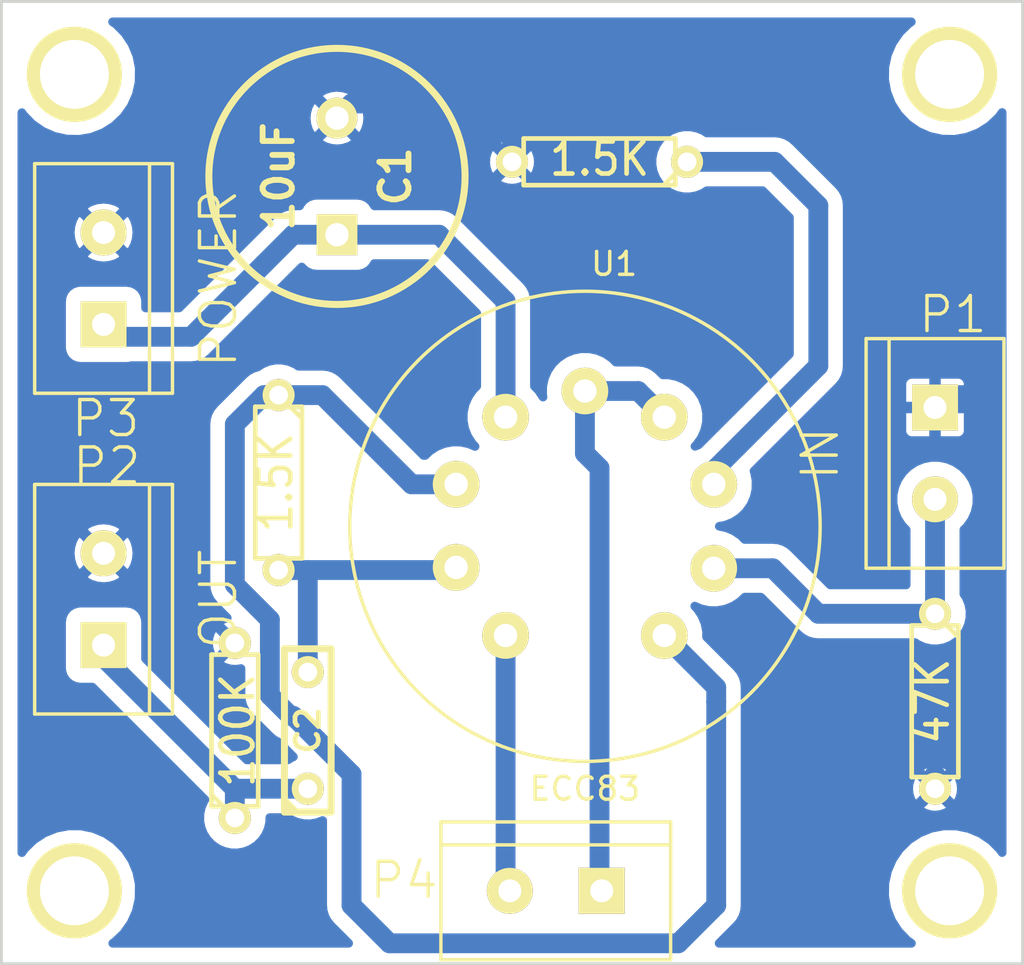
<source format=kicad_pcb>
(kicad_pcb (version 4) (host pcbnew "(2015-05-13 BZR 5653)-product")

  (general
    (links 20)
    (no_connects 0)
    (area 123.761499 90.741499 168.338501 132.778501)
    (thickness 1.6002)
    (drawings 4)
    (tracks 57)
    (zones 0)
    (modules 15)
    (nets 14)
  )

  (page A4)
  (layers
    (0 Composant signal)
    (31 Cuivre signal)
    (34 B.Paste user)
    (35 F.Paste user)
    (36 B.SilkS user)
    (37 F.SilkS user)
    (38 B.Mask user)
    (39 F.Mask user)
    (40 Dwgs.User user)
    (41 Cmts.User user)
    (42 Eco1.User user)
    (43 Eco2.User user)
    (44 Edge.Cuts user)
  )

  (setup
    (last_trace_width 0.8636)
    (trace_clearance 0.381)
    (zone_clearance 0.635)
    (zone_45_only no)
    (trace_min 0.254)
    (segment_width 0.381)
    (edge_width 0.381)
    (via_size 0.889)
    (via_drill 0.635)
    (via_min_size 0.889)
    (via_min_drill 0.508)
    (uvia_size 0.508)
    (uvia_drill 0.127)
    (uvias_allowed no)
    (uvia_min_size 0.508)
    (uvia_min_drill 0.127)
    (pcb_text_width 0.3048)
    (pcb_text_size 1.524 2.032)
    (mod_edge_width 0.381)
    (mod_text_size 1.524 1.524)
    (mod_text_width 0.3048)
    (pad_size 2.794 1.397)
    (pad_drill 1.9304)
    (pad_to_mask_clearance 0.1)
    (aux_axis_origin 0 0)
    (visible_elements 7FFFFFFF)
    (pcbplotparams
      (layerselection 0x000f0_80000001)
      (usegerberextensions false)
      (usegerberattributes true)
      (excludeedgelayer true)
      (linewidth 0.150000)
      (plotframeref false)
      (viasonmask false)
      (mode 1)
      (useauxorigin false)
      (hpglpennumber 1)
      (hpglpenspeed 20)
      (hpglpendiameter 15)
      (hpglpenoverlay 2)
      (psnegative false)
      (psa4output false)
      (plotreference true)
      (plotvalue true)
      (plotinvisibletext false)
      (padsonsilk false)
      (subtractmaskfromsilk false)
      (outputformat 1)
      (mirror false)
      (drillshape 0)
      (scaleselection 1)
      (outputdirectory ""))
  )

  (net 0 "")
  (net 1 GND)
  (net 2 "Net-(C1-Pad1)")
  (net 3 "Net-(C2-Pad1)")
  (net 4 "Net-(C2-Pad2)")
  (net 5 "Net-(P1-Pad2)")
  (net 6 "Net-(P4-Pad1)")
  (net 7 "Net-(P4-Pad2)")
  (net 8 "Net-(R1-Pad1)")
  (net 9 "Net-(R2-Pad1)")
  (net 10 "Net-(P5-Pad1)")
  (net 11 "Net-(P6-Pad1)")
  (net 12 "Net-(P7-Pad1)")
  (net 13 "Net-(P8-Pad1)")

  (net_class Default "Ceci est la Netclass par défaut"
    (clearance 0.381)
    (trace_width 0.8636)
    (via_dia 0.889)
    (via_drill 0.635)
    (uvia_dia 0.508)
    (uvia_drill 0.127)
    (add_net GND)
    (add_net "Net-(C1-Pad1)")
    (add_net "Net-(C2-Pad1)")
    (add_net "Net-(C2-Pad2)")
    (add_net "Net-(P1-Pad2)")
    (add_net "Net-(P4-Pad1)")
    (add_net "Net-(P4-Pad2)")
    (add_net "Net-(P5-Pad1)")
    (add_net "Net-(P6-Pad1)")
    (add_net "Net-(P7-Pad1)")
    (add_net "Net-(P8-Pad1)")
    (add_net "Net-(R1-Pad1)")
    (add_net "Net-(R2-Pad1)")
  )

  (module discret:C2V10 (layer Composant) (tedit 54A57B4C) (tstamp 54A581E5)
    (at 138.43 98.425 90)
    (descr "Condensateur polarise")
    (tags CP)
    (path /4549F4BE)
    (fp_text reference C1 (at 0 2.54 90) (layer F.SilkS)
      (effects (font (size 1.27 1.27) (thickness 0.254)))
    )
    (fp_text value 10uF (at 0 -2.54 90) (layer F.SilkS)
      (effects (font (size 1.27 1.27) (thickness 0.254)))
    )
    (fp_circle (center 0 0) (end 4.826 -2.794) (layer F.SilkS) (width 0.3048))
    (pad 1 thru_hole rect (at -2.54 0 90) (size 1.778 1.778) (drill 1.016) (layers *.Cu *.Mask F.SilkS)
      (net 2 "Net-(C1-Pad1)"))
    (pad 2 thru_hole circle (at 2.54 0 90) (size 1.778 1.778) (drill 1.016) (layers *.Cu *.Mask F.SilkS)
      (net 1 GND))
    (model discret/c_vert_c2v10.wrl
      (at (xyz 0 0 0))
      (scale (xyz 1 1 1))
      (rotate (xyz 0 0 0))
    )
  )

  (module discret:C2 (layer Composant) (tedit 54A57B4C) (tstamp 54A581EA)
    (at 137.16 122.555 90)
    (descr "Condensateur = 2 pas")
    (tags C)
    (path /4549F3BE)
    (fp_text reference C2 (at 0 0 90) (layer F.SilkS)
      (effects (font (size 1.016 1.016) (thickness 0.2032)))
    )
    (fp_text value 680nF (at 0 0 90) (layer F.SilkS) hide
      (effects (font (size 1.016 1.016) (thickness 0.2032)))
    )
    (fp_line (start -3.556 -1.016) (end 3.556 -1.016) (layer F.SilkS) (width 0.3048))
    (fp_line (start 3.556 -1.016) (end 3.556 1.016) (layer F.SilkS) (width 0.3048))
    (fp_line (start 3.556 1.016) (end -3.556 1.016) (layer F.SilkS) (width 0.3048))
    (fp_line (start -3.556 1.016) (end -3.556 -1.016) (layer F.SilkS) (width 0.3048))
    (fp_line (start -3.556 -0.508) (end -3.048 -1.016) (layer F.SilkS) (width 0.3048))
    (pad 1 thru_hole circle (at -2.54 0 90) (size 1.397 1.397) (drill 0.8128) (layers *.Cu *.Mask F.SilkS)
      (net 3 "Net-(C2-Pad1)"))
    (pad 2 thru_hole circle (at 2.54 0 90) (size 1.397 1.397) (drill 0.8128) (layers *.Cu *.Mask F.SilkS)
      (net 4 "Net-(C2-Pad2)"))
    (model discret/capa_2pas_5x5mm.wrl
      (at (xyz 0 0 0))
      (scale (xyz 1 1 1))
      (rotate (xyz 0 0 0))
    )
  )

  (module connect:bornier2 (layer Composant) (tedit 54A588D7) (tstamp 54A581EF)
    (at 164.465 110.49 270)
    (descr "Bornier d'alimentation 2 pins")
    (tags DEV)
    (path /4549F464)
    (fp_text reference P1 (at -6.05 -0.775 360) (layer F.SilkS)
      (effects (font (thickness 0.15)))
    )
    (fp_text value IN (at 0 5 270) (layer F.SilkS)
      (effects (font (thickness 0.15)))
    )
    (fp_line (start 5 2) (end -5 2) (layer F.SilkS) (width 0.15))
    (fp_line (start 5 3) (end 5 -3) (layer F.SilkS) (width 0.15))
    (fp_line (start 5 -3) (end -5 -3) (layer F.SilkS) (width 0.15))
    (fp_line (start -5 -3) (end -5 3) (layer F.SilkS) (width 0.15))
    (fp_line (start -5 3) (end 5 3) (layer F.SilkS) (width 0.15))
    (pad 1 thru_hole rect (at -2 0 270) (size 2 2) (drill 1) (layers *.Cu *.Mask F.SilkS)
      (net 1 GND))
    (pad 2 thru_hole circle (at 2 0 270) (size 2 2) (drill 1) (layers *.Cu *.Mask F.SilkS)
      (net 5 "Net-(P1-Pad2)"))
    (model Device/bornier_2.wrl
      (at (xyz 0 0 0))
      (scale (xyz 1 1 1))
      (rotate (xyz 0 0 0))
    )
  )

  (module connect:bornier2 (layer Composant) (tedit 54A588C9) (tstamp 54A581F4)
    (at 128.27 116.84 90)
    (descr "Bornier d'alimentation 2 pins")
    (tags DEV)
    (path /4549F46C)
    (fp_text reference P2 (at 5.81 0.14 180) (layer F.SilkS)
      (effects (font (thickness 0.15)))
    )
    (fp_text value OUT (at 0 5 90) (layer F.SilkS)
      (effects (font (thickness 0.15)))
    )
    (fp_line (start 5 2) (end -5 2) (layer F.SilkS) (width 0.15))
    (fp_line (start 5 3) (end 5 -3) (layer F.SilkS) (width 0.15))
    (fp_line (start 5 -3) (end -5 -3) (layer F.SilkS) (width 0.15))
    (fp_line (start -5 -3) (end -5 3) (layer F.SilkS) (width 0.15))
    (fp_line (start -5 3) (end 5 3) (layer F.SilkS) (width 0.15))
    (pad 1 thru_hole rect (at -2 0 90) (size 2 2) (drill 1) (layers *.Cu *.Mask F.SilkS)
      (net 3 "Net-(C2-Pad1)"))
    (pad 2 thru_hole circle (at 2 0 90) (size 2 2) (drill 1) (layers *.Cu *.Mask F.SilkS)
      (net 1 GND))
    (model Device/bornier_2.wrl
      (at (xyz 0 0 0))
      (scale (xyz 1 1 1))
      (rotate (xyz 0 0 0))
    )
  )

  (module connect:bornier2 (layer Composant) (tedit 54A588D1) (tstamp 54A581F9)
    (at 128.27 102.87 90)
    (descr "Bornier d'alimentation 2 pins")
    (tags DEV)
    (path /4549F4A5)
    (fp_text reference P3 (at -6.1 0.09 180) (layer F.SilkS)
      (effects (font (thickness 0.15)))
    )
    (fp_text value POWER (at 0 5 90) (layer F.SilkS)
      (effects (font (thickness 0.15)))
    )
    (fp_line (start 5 2) (end -5 2) (layer F.SilkS) (width 0.15))
    (fp_line (start 5 3) (end 5 -3) (layer F.SilkS) (width 0.15))
    (fp_line (start 5 -3) (end -5 -3) (layer F.SilkS) (width 0.15))
    (fp_line (start -5 -3) (end -5 3) (layer F.SilkS) (width 0.15))
    (fp_line (start -5 3) (end 5 3) (layer F.SilkS) (width 0.15))
    (pad 1 thru_hole rect (at -2 0 90) (size 2 2) (drill 1) (layers *.Cu *.Mask F.SilkS)
      (net 2 "Net-(C1-Pad1)"))
    (pad 2 thru_hole circle (at 2 0 90) (size 2 2) (drill 1) (layers *.Cu *.Mask F.SilkS)
      (net 1 GND))
    (model Device/bornier_2.wrl
      (at (xyz 0 0 0))
      (scale (xyz 1 1 1))
      (rotate (xyz 0 0 0))
    )
  )

  (module connect:bornier2 (layer Composant) (tedit 54A58902) (tstamp 54A581FE)
    (at 147.955 129.54 180)
    (descr "Bornier d'alimentation 2 pins")
    (tags DEV)
    (path /456A8ACC)
    (fp_text reference P4 (at 6.605 0.46 180) (layer F.SilkS)
      (effects (font (thickness 0.15)))
    )
    (fp_text value CONN_2 (at -9.735 3.03 180) (layer F.SilkS) hide
      (effects (font (thickness 0.15)))
    )
    (fp_line (start 5 2) (end -5 2) (layer F.SilkS) (width 0.15))
    (fp_line (start 5 3) (end 5 -3) (layer F.SilkS) (width 0.15))
    (fp_line (start 5 -3) (end -5 -3) (layer F.SilkS) (width 0.15))
    (fp_line (start -5 -3) (end -5 3) (layer F.SilkS) (width 0.15))
    (fp_line (start -5 3) (end 5 3) (layer F.SilkS) (width 0.15))
    (pad 1 thru_hole rect (at -2 0 180) (size 2 2) (drill 1) (layers *.Cu *.Mask F.SilkS)
      (net 6 "Net-(P4-Pad1)"))
    (pad 2 thru_hole circle (at 2 0 180) (size 2 2) (drill 1) (layers *.Cu *.Mask F.SilkS)
      (net 7 "Net-(P4-Pad2)"))
    (model Device/bornier_2.wrl
      (at (xyz 0 0 0))
      (scale (xyz 1 1 1))
      (rotate (xyz 0 0 0))
    )
  )

  (module connect:1pin (layer Composant) (tedit 54A588DF) (tstamp 54A58203)
    (at 127 93.98)
    (descr "module 1 pin (ou trou mecanique de percage)")
    (tags DEV)
    (path /54A5890A)
    (fp_text reference P5 (at 0 -3) (layer F.SilkS) hide
      (effects (font (size 1 1) (thickness 0.15)))
    )
    (fp_text value CONN_1 (at 0 2) (layer F.SilkS) hide
      (effects (font (size 1 1) (thickness 0.15)))
    )
    (fp_circle (center 0 0) (end 0 -2) (layer F.SilkS) (width 0.15))
    (pad 1 thru_hole circle (at 0 0) (size 4 4) (drill 3) (layers *.Cu *.Mask F.SilkS)
      (net 10 "Net-(P5-Pad1)"))
  )

  (module connect:1pin (layer Composant) (tedit 54A588E7) (tstamp 54A58207)
    (at 165.1 93.98)
    (descr "module 1 pin (ou trou mecanique de percage)")
    (tags DEV)
    (path /54A58C65)
    (fp_text reference P6 (at 0 -3) (layer F.SilkS) hide
      (effects (font (size 1 1) (thickness 0.15)))
    )
    (fp_text value CONN_1 (at 0 2) (layer F.SilkS) hide
      (effects (font (size 1 1) (thickness 0.15)))
    )
    (fp_circle (center 0 0) (end 0 -2) (layer F.SilkS) (width 0.15))
    (pad 1 thru_hole circle (at 0 0) (size 4 4) (drill 3) (layers *.Cu *.Mask F.SilkS)
      (net 11 "Net-(P6-Pad1)"))
  )

  (module connect:1pin (layer Composant) (tedit 54A588EE) (tstamp 54A5820B)
    (at 165.1 129.54)
    (descr "module 1 pin (ou trou mecanique de percage)")
    (tags DEV)
    (path /54A58C8A)
    (fp_text reference P7 (at 0 -3) (layer F.SilkS) hide
      (effects (font (size 1 1) (thickness 0.15)))
    )
    (fp_text value CONN_1 (at 0 2) (layer F.SilkS) hide
      (effects (font (size 1 1) (thickness 0.15)))
    )
    (fp_circle (center 0 0) (end 0 -2) (layer F.SilkS) (width 0.15))
    (pad 1 thru_hole circle (at 0 0) (size 4 4) (drill 3) (layers *.Cu *.Mask F.SilkS)
      (net 12 "Net-(P7-Pad1)"))
  )

  (module connect:1pin (layer Composant) (tedit 54A588F3) (tstamp 54A5820F)
    (at 127 129.54)
    (descr "module 1 pin (ou trou mecanique de percage)")
    (tags DEV)
    (path /54A58CA3)
    (fp_text reference P8 (at 0 -3) (layer F.SilkS) hide
      (effects (font (size 1 1) (thickness 0.15)))
    )
    (fp_text value CONN_1 (at 0 2) (layer F.SilkS) hide
      (effects (font (size 1 1) (thickness 0.15)))
    )
    (fp_circle (center 0 0) (end 0 -2) (layer F.SilkS) (width 0.15))
    (pad 1 thru_hole circle (at 0 0) (size 4 4) (drill 3) (layers *.Cu *.Mask F.SilkS)
      (net 13 "Net-(P8-Pad1)"))
  )

  (module discret:R3 (layer Composant) (tedit 54A57B4C) (tstamp 54A58213)
    (at 135.89 111.76 270)
    (descr "Resitance 3 pas")
    (tags R)
    (path /4549F38A)
    (autoplace_cost180 10)
    (fp_text reference R1 (at 0 0.127 270) (layer F.SilkS) hide
      (effects (font (size 1.397 1.27) (thickness 0.2032)))
    )
    (fp_text value 1.5K (at 0 0.127 270) (layer F.SilkS)
      (effects (font (size 1.397 1.27) (thickness 0.2032)))
    )
    (fp_line (start -3.81 0) (end -3.302 0) (layer F.SilkS) (width 0.2032))
    (fp_line (start 3.81 0) (end 3.302 0) (layer F.SilkS) (width 0.2032))
    (fp_line (start 3.302 0) (end 3.302 -1.016) (layer F.SilkS) (width 0.2032))
    (fp_line (start 3.302 -1.016) (end -3.302 -1.016) (layer F.SilkS) (width 0.2032))
    (fp_line (start -3.302 -1.016) (end -3.302 1.016) (layer F.SilkS) (width 0.2032))
    (fp_line (start -3.302 1.016) (end 3.302 1.016) (layer F.SilkS) (width 0.2032))
    (fp_line (start 3.302 1.016) (end 3.302 0) (layer F.SilkS) (width 0.2032))
    (fp_line (start -3.302 -0.508) (end -2.794 -1.016) (layer F.SilkS) (width 0.2032))
    (pad 1 thru_hole circle (at -3.81 0 270) (size 1.397 1.397) (drill 0.8128) (layers *.Cu *.Mask F.SilkS)
      (net 8 "Net-(R1-Pad1)"))
    (pad 2 thru_hole circle (at 3.81 0 270) (size 1.397 1.397) (drill 0.8128) (layers *.Cu *.Mask F.SilkS)
      (net 4 "Net-(C2-Pad2)"))
    (model discret/resistor.wrl
      (at (xyz 0 0 0))
      (scale (xyz 0.3 0.3 0.3))
      (rotate (xyz 0 0 0))
    )
  )

  (module discret:R3 (layer Composant) (tedit 54A57B4C) (tstamp 54A58218)
    (at 149.86 97.79 180)
    (descr "Resitance 3 pas")
    (tags R)
    (path /4549F39D)
    (autoplace_cost180 10)
    (fp_text reference R2 (at 0 0.127 180) (layer F.SilkS) hide
      (effects (font (size 1.397 1.27) (thickness 0.2032)))
    )
    (fp_text value 1.5K (at 0 0.127 180) (layer F.SilkS)
      (effects (font (size 1.397 1.27) (thickness 0.2032)))
    )
    (fp_line (start -3.81 0) (end -3.302 0) (layer F.SilkS) (width 0.2032))
    (fp_line (start 3.81 0) (end 3.302 0) (layer F.SilkS) (width 0.2032))
    (fp_line (start 3.302 0) (end 3.302 -1.016) (layer F.SilkS) (width 0.2032))
    (fp_line (start 3.302 -1.016) (end -3.302 -1.016) (layer F.SilkS) (width 0.2032))
    (fp_line (start -3.302 -1.016) (end -3.302 1.016) (layer F.SilkS) (width 0.2032))
    (fp_line (start -3.302 1.016) (end 3.302 1.016) (layer F.SilkS) (width 0.2032))
    (fp_line (start 3.302 1.016) (end 3.302 0) (layer F.SilkS) (width 0.2032))
    (fp_line (start -3.302 -0.508) (end -2.794 -1.016) (layer F.SilkS) (width 0.2032))
    (pad 1 thru_hole circle (at -3.81 0 180) (size 1.397 1.397) (drill 0.8128) (layers *.Cu *.Mask F.SilkS)
      (net 9 "Net-(R2-Pad1)"))
    (pad 2 thru_hole circle (at 3.81 0 180) (size 1.397 1.397) (drill 0.8128) (layers *.Cu *.Mask F.SilkS)
      (net 1 GND))
    (model discret/resistor.wrl
      (at (xyz 0 0 0))
      (scale (xyz 0.3 0.3 0.3))
      (rotate (xyz 0 0 0))
    )
  )

  (module discret:R3 (layer Composant) (tedit 54A57B4C) (tstamp 54A5821D)
    (at 133.985 122.555 90)
    (descr "Resitance 3 pas")
    (tags R)
    (path /4549F3AD)
    (autoplace_cost180 10)
    (fp_text reference R3 (at 0 0.127 90) (layer F.SilkS) hide
      (effects (font (size 1.397 1.27) (thickness 0.2032)))
    )
    (fp_text value 100K (at 0 0.127 90) (layer F.SilkS)
      (effects (font (size 1.397 1.27) (thickness 0.2032)))
    )
    (fp_line (start -3.81 0) (end -3.302 0) (layer F.SilkS) (width 0.2032))
    (fp_line (start 3.81 0) (end 3.302 0) (layer F.SilkS) (width 0.2032))
    (fp_line (start 3.302 0) (end 3.302 -1.016) (layer F.SilkS) (width 0.2032))
    (fp_line (start 3.302 -1.016) (end -3.302 -1.016) (layer F.SilkS) (width 0.2032))
    (fp_line (start -3.302 -1.016) (end -3.302 1.016) (layer F.SilkS) (width 0.2032))
    (fp_line (start -3.302 1.016) (end 3.302 1.016) (layer F.SilkS) (width 0.2032))
    (fp_line (start 3.302 1.016) (end 3.302 0) (layer F.SilkS) (width 0.2032))
    (fp_line (start -3.302 -0.508) (end -2.794 -1.016) (layer F.SilkS) (width 0.2032))
    (pad 1 thru_hole circle (at -3.81 0 90) (size 1.397 1.397) (drill 0.8128) (layers *.Cu *.Mask F.SilkS)
      (net 3 "Net-(C2-Pad1)"))
    (pad 2 thru_hole circle (at 3.81 0 90) (size 1.397 1.397) (drill 0.8128) (layers *.Cu *.Mask F.SilkS)
      (net 1 GND))
    (model discret/resistor.wrl
      (at (xyz 0 0 0))
      (scale (xyz 0.3 0.3 0.3))
      (rotate (xyz 0 0 0))
    )
  )

  (module discret:R3 (layer Composant) (tedit 54A57B4C) (tstamp 54A58222)
    (at 164.465 121.285 270)
    (descr "Resitance 3 pas")
    (tags R)
    (path /4549F3A2)
    (autoplace_cost180 10)
    (fp_text reference R4 (at 0 0.127 270) (layer F.SilkS) hide
      (effects (font (size 1.397 1.27) (thickness 0.2032)))
    )
    (fp_text value 47K (at 0 0.127 270) (layer F.SilkS)
      (effects (font (size 1.397 1.27) (thickness 0.2032)))
    )
    (fp_line (start -3.81 0) (end -3.302 0) (layer F.SilkS) (width 0.2032))
    (fp_line (start 3.81 0) (end 3.302 0) (layer F.SilkS) (width 0.2032))
    (fp_line (start 3.302 0) (end 3.302 -1.016) (layer F.SilkS) (width 0.2032))
    (fp_line (start 3.302 -1.016) (end -3.302 -1.016) (layer F.SilkS) (width 0.2032))
    (fp_line (start -3.302 -1.016) (end -3.302 1.016) (layer F.SilkS) (width 0.2032))
    (fp_line (start -3.302 1.016) (end 3.302 1.016) (layer F.SilkS) (width 0.2032))
    (fp_line (start 3.302 1.016) (end 3.302 0) (layer F.SilkS) (width 0.2032))
    (fp_line (start -3.302 -0.508) (end -2.794 -1.016) (layer F.SilkS) (width 0.2032))
    (pad 1 thru_hole circle (at -3.81 0 270) (size 1.397 1.397) (drill 0.8128) (layers *.Cu *.Mask F.SilkS)
      (net 5 "Net-(P1-Pad2)"))
    (pad 2 thru_hole circle (at 3.81 0 270) (size 1.397 1.397) (drill 0.8128) (layers *.Cu *.Mask F.SilkS)
      (net 1 GND))
    (model discret/resistor.wrl
      (at (xyz 0 0 0))
      (scale (xyz 0.3 0.3 0.3))
      (rotate (xyz 0 0 0))
    )
  )

  (module Valves:VALVE-ECC-83-1 (layer Composant) (tedit 54A57B25) (tstamp 54A58227)
    (at 149.225 113.665)
    (path /48B4F266)
    (fp_text reference U1 (at 1.27 -11.43) (layer F.SilkS)
      (effects (font (size 1 1) (thickness 0.15)))
    )
    (fp_text value ECC83 (at 0 11.43) (layer F.SilkS)
      (effects (font (size 1 1) (thickness 0.15)))
    )
    (fp_circle (center 0 0) (end 10.16 1.27) (layer F.SilkS) (width 0.15))
    (pad 1 thru_hole circle (at 3.4544 4.75488) (size 2.032 2.032) (drill 1.016) (layers *.Cu *.Mask F.SilkS)
      (net 8 "Net-(R1-Pad1)"))
    (pad 2 thru_hole circle (at 5.60832 1.8288) (size 2.032 2.032) (drill 1.016) (layers *.Cu *.Mask F.SilkS)
      (net 5 "Net-(P1-Pad2)"))
    (pad 3 thru_hole circle (at 5.60832 -1.8288) (size 2.032 2.032) (drill 1.016) (layers *.Cu *.Mask F.SilkS)
      (net 9 "Net-(R2-Pad1)"))
    (pad 4 thru_hole circle (at 3.4544 -4.75488) (size 2.032 2.032) (drill 1.016) (layers *.Cu *.Mask F.SilkS)
      (net 6 "Net-(P4-Pad1)"))
    (pad 5 thru_hole circle (at 0 -5.8928) (size 2.032 2.032) (drill 1.016) (layers *.Cu *.Mask F.SilkS)
      (net 6 "Net-(P4-Pad1)"))
    (pad 6 thru_hole circle (at -3.4544 -4.75488) (size 2.032 2.032) (drill 1.016) (layers *.Cu *.Mask F.SilkS)
      (net 2 "Net-(C1-Pad1)"))
    (pad 7 thru_hole circle (at -5.60832 -1.8288) (size 2.032 2.032) (drill 1.016) (layers *.Cu *.Mask F.SilkS)
      (net 8 "Net-(R1-Pad1)"))
    (pad 8 thru_hole circle (at -5.60832 1.78816) (size 2.032 2.032) (drill 1.016) (layers *.Cu *.Mask F.SilkS)
      (net 4 "Net-(C2-Pad2)"))
    (pad 9 thru_hole circle (at -3.4544 4.75488) (size 2.032 2.032) (drill 1.016) (layers *.Cu *.Mask F.SilkS)
      (net 7 "Net-(P4-Pad2)"))
    (model Valves/VALVE-ECC-83-1.wrl
      (at (xyz 0 0 0))
      (scale (xyz 1 1 1))
      (rotate (xyz 0 0 0))
    )
  )

  (gr_line (start 123.825 132.715) (end 168.275 132.715) (angle 90) (layer Edge.Cuts) (width 0.127))
  (gr_line (start 168.275 90.805) (end 123.825 90.805) (angle 90) (layer Edge.Cuts) (width 0.127))
  (gr_line (start 168.275 90.805) (end 168.275 132.715) (angle 90) (layer Edge.Cuts) (width 0.127))
  (gr_line (start 123.825 90.805) (end 123.825 132.715) (angle 90) (layer Edge.Cuts) (width 0.127))

  (segment (start 142.24 95.25) (end 146.05 95.25) (width 0.8636) (layer Cuivre) (net 1))
  (segment (start 164.465 125.095) (end 164.465 124.46) (width 0.8636) (layer Cuivre) (net 1) (status 800))
  (segment (start 146.05 97.79) (end 146.05 95.25) (width 0.8636) (layer Cuivre) (net 1))
  (segment (start 139.065 95.25) (end 142.24 95.25) (width 0.8636) (layer Cuivre) (net 1))
  (segment (start 138.43 95.885) (end 139.065 95.25) (width 0.8636) (layer Cuivre) (net 1) (status 800))
  (segment (start 164.465 107.95) (end 165.735 107.95) (width 0.8636) (layer Cuivre) (net 1) (status 800))
  (segment (start 136.525 100.965) (end 135.255 102.235) (width 0.8636) (layer Cuivre) (net 2))
  (segment (start 138.43 100.965) (end 136.525 100.965) (width 0.8636) (layer Cuivre) (net 2) (status 800))
  (segment (start 145.7706 103.8606) (end 142.875 100.965) (width 0.8636) (layer Cuivre) (net 2))
  (segment (start 142.875 100.965) (end 138.43 100.965) (width 0.8636) (layer Cuivre) (net 2) (status 400))
  (segment (start 145.7706 108.91012) (end 145.7706 103.8606) (width 0.8636) (layer Cuivre) (net 2) (status 800))
  (segment (start 132.08 105.41) (end 135.255 102.235) (width 0.8636) (layer Cuivre) (net 2))
  (segment (start 128.27 105.41) (end 132.08 105.41) (width 0.8636) (layer Cuivre) (net 2) (status 800))
  (segment (start 137.16 125.095) (end 133.985 125.095) (width 0.8636) (layer Cuivre) (net 3))
  (segment (start 133.985 126.365) (end 133.985 125.095) (width 0.8636) (layer Cuivre) (net 3))
  (segment (start 133.985 125.095) (end 128.27 119.38) (width 0.8636) (layer Cuivre) (net 3))
  (segment (start 137.16 120.015) (end 137.16 115.57) (width 0.8636) (layer Cuivre) (net 4))
  (segment (start 135.89 115.57) (end 137.16 115.57) (width 0.8636) (layer Cuivre) (net 4))
  (segment (start 137.16 115.57) (end 143.49984 115.57) (width 0.8636) (layer Cuivre) (net 4))
  (segment (start 143.49984 115.57) (end 143.61668 115.45316) (width 0.8636) (layer Cuivre) (net 4))
  (segment (start 159.385 117.475) (end 164.465 117.475) (width 0.8636) (layer Cuivre) (net 5) (status 400))
  (segment (start 154.83332 115.4938) (end 157.4038 115.4938) (width 0.8636) (layer Cuivre) (net 5) (status 800))
  (segment (start 164.465 117.475) (end 164.465 113.03) (width 0.8636) (layer Cuivre) (net 5) (status C00))
  (segment (start 157.4038 115.4938) (end 159.385 117.475) (width 0.8636) (layer Cuivre) (net 5))
  (segment (start 149.86 128.905) (end 150.495 129.54) (width 0.8636) (layer Cuivre) (net 6) (status 400))
  (segment (start 149.86 111.125) (end 149.86 128.905) (width 0.8636) (layer Cuivre) (net 6))
  (segment (start 149.225 110.49) (end 149.86 111.125) (width 0.8636) (layer Cuivre) (net 6))
  (segment (start 149.225 107.7722) (end 151.54148 107.7722) (width 0.8636) (layer Cuivre) (net 6) (status 800))
  (segment (start 151.54148 107.7722) (end 152.6794 108.91012) (width 0.8636) (layer Cuivre) (net 6) (status 400))
  (segment (start 149.225 107.7722) (end 149.225 110.49) (width 0.8636) (layer Cuivre) (net 6) (status 800))
  (segment (start 145.7706 129.1844) (end 145.415 129.54) (width 0.8636) (layer Cuivre) (net 7) (status 400))
  (segment (start 145.7706 118.41988) (end 145.7706 129.1844) (width 0.8636) (layer Cuivre) (net 7) (status 800))
  (segment (start 153.289 131.826) (end 154.94 130.175) (width 0.8636) (layer Cuivre) (net 8))
  (segment (start 140.716 131.826) (end 153.289 131.826) (width 0.8636) (layer Cuivre) (net 8))
  (segment (start 143.61668 111.8362) (end 141.6812 111.8362) (width 0.8636) (layer Cuivre) (net 8) (status 800))
  (segment (start 141.6812 111.8362) (end 137.795 107.95) (width 0.8636) (layer Cuivre) (net 8))
  (segment (start 154.94 121.31548) (end 154.94 120.68048) (width 0.8636) (layer Cuivre) (net 8))
  (segment (start 154.94 120.68048) (end 152.6794 118.41988) (width 0.8636) (layer Cuivre) (net 8) (status 400))
  (segment (start 136.398 121.92) (end 135.509 121.031) (width 0.8636) (layer Cuivre) (net 8))
  (segment (start 135.509 121.031) (end 135.509 117.729) (width 0.8636) (layer Cuivre) (net 8))
  (segment (start 135.509 117.729) (end 133.985 116.205) (width 0.8636) (layer Cuivre) (net 8))
  (segment (start 136.525 121.92) (end 136.398 121.92) (width 0.8636) (layer Cuivre) (net 8))
  (segment (start 136.525 121.92) (end 139.065 124.46) (width 0.8636) (layer Cuivre) (net 8))
  (segment (start 139.065 124.46) (end 139.065 130.175) (width 0.8636) (layer Cuivre) (net 8))
  (segment (start 139.065 130.175) (end 140.335 131.445) (width 0.8636) (layer Cuivre) (net 8))
  (segment (start 135.89 107.95) (end 135.255 107.95) (width 0.8636) (layer Cuivre) (net 8) (status 800))
  (segment (start 133.985 109.22) (end 133.985 116.205) (width 0.8636) (layer Cuivre) (net 8))
  (segment (start 135.255 107.95) (end 133.985 109.22) (width 0.8636) (layer Cuivre) (net 8))
  (segment (start 135.89 107.95) (end 137.795 107.95) (width 0.8636) (layer Cuivre) (net 8) (status 800))
  (segment (start 140.335 131.445) (end 140.716 131.826) (width 0.8636) (layer Cuivre) (net 8))
  (segment (start 154.94 121.31548) (end 154.94 121.31548) (width 0.8636) (layer Cuivre) (net 8))
  (segment (start 154.94 130.175) (end 154.94 121.31548) (width 0.8636) (layer Cuivre) (net 8))
  (segment (start 154.83332 111.8362) (end 154.83332 111.23168) (width 0.8636) (layer Cuivre) (net 9) (status 800))
  (segment (start 159.385 106.68) (end 159.385 99.695) (width 0.8636) (layer Cuivre) (net 9))
  (segment (start 154.83332 111.23168) (end 159.385 106.68) (width 0.8636) (layer Cuivre) (net 9))
  (segment (start 157.48 97.79) (end 159.385 99.695) (width 0.8636) (layer Cuivre) (net 9))
  (segment (start 153.67 97.79) (end 157.48 97.79) (width 0.8636) (layer Cuivre) (net 9) (status 800))

  (zone (net 1) (net_name GND) (layer Cuivre) (tstamp 4EED97A2) (hatch edge 0.508)
    (connect_pads (clearance 0.635))
    (min_thickness 0.381)
    (fill yes (arc_segments 32) (thermal_gap 0.254) (thermal_bridge_width 0.50038))
    (polygon
      (pts
        (xy 167.64 132.08) (xy 167.64 91.44) (xy 124.46 91.44) (xy 124.46 132.08)
      )
    )
    (filled_polygon
      (pts
        (xy 167.386 127.8747) (xy 167.3002 127.745561) (xy 166.909756 127.352381) (xy 166.450378 127.042527) (xy 165.939566 126.827801)
        (xy 165.613438 126.760856) (xy 165.613438 125.080387) (xy 165.58852 124.856618) (xy 165.520426 124.64201) (xy 165.428009 124.469114)
        (xy 165.239548 124.404867) (xy 165.155133 124.489281) (xy 165.155133 124.320452) (xy 165.090886 124.131991) (xy 164.890987 124.02839)
        (xy 164.674717 123.965779) (xy 164.450387 123.946562) (xy 164.226618 123.97148) (xy 164.01201 124.039574) (xy 163.839114 124.131991)
        (xy 163.774867 124.320452) (xy 164.465 125.010586) (xy 165.155133 124.320452) (xy 165.155133 124.489281) (xy 164.549414 125.095)
        (xy 165.239548 125.785133) (xy 165.428009 125.720886) (xy 165.53161 125.520987) (xy 165.594221 125.304717) (xy 165.613438 125.080387)
        (xy 165.613438 126.760856) (xy 165.396774 126.716382) (xy 165.155133 126.714695) (xy 165.155133 125.869548) (xy 164.465 125.179414)
        (xy 164.380586 125.263828) (xy 164.380586 125.095) (xy 163.690452 124.404867) (xy 163.501991 124.469114) (xy 163.39839 124.669013)
        (xy 163.335779 124.885283) (xy 163.316562 125.109613) (xy 163.34148 125.333382) (xy 163.409574 125.54799) (xy 163.501991 125.720886)
        (xy 163.690452 125.785133) (xy 164.380586 125.095) (xy 164.380586 125.263828) (xy 163.774867 125.869548) (xy 163.839114 126.058009)
        (xy 164.039013 126.16161) (xy 164.255283 126.224221) (xy 164.479613 126.243438) (xy 164.703382 126.21852) (xy 164.91799 126.150426)
        (xy 165.090886 126.058009) (xy 165.155133 125.869548) (xy 165.155133 126.714695) (xy 164.842679 126.712514) (xy 164.298384 126.816344)
        (xy 163.784623 127.023916) (xy 163.320965 127.327326) (xy 162.925069 127.715016) (xy 162.612015 128.172219) (xy 162.393729 128.68152)
        (xy 162.278523 129.223521) (xy 162.270786 129.777576) (xy 162.370814 130.322582) (xy 162.574795 130.837779) (xy 162.87496 131.303545)
        (xy 163.259877 131.702137) (xy 163.438092 131.826) (xy 155.06709 131.826) (xy 155.829046 131.064045) (xy 155.902757 130.974307)
        (xy 155.977415 130.885333) (xy 155.980599 130.879539) (xy 155.984797 130.87443) (xy 156.03969 130.772054) (xy 156.095629 130.670303)
        (xy 156.097627 130.664003) (xy 156.100753 130.658174) (xy 156.134719 130.547072) (xy 156.169825 130.436407) (xy 156.170561 130.429838)
        (xy 156.172495 130.423515) (xy 156.184237 130.307918) (xy 156.197177 130.192555) (xy 156.197267 130.179639) (xy 156.197293 130.179388)
        (xy 156.19727 130.179154) (xy 156.1973 130.175) (xy 156.1973 121.31548) (xy 156.1973 120.68048) (xy 156.185963 120.564857)
        (xy 156.175844 120.449198) (xy 156.174 120.442852) (xy 156.173355 120.436269) (xy 156.139771 120.325033) (xy 156.107385 120.213559)
        (xy 156.104343 120.207691) (xy 156.102432 120.20136) (xy 156.04789 120.098782) (xy 155.99446 119.995705) (xy 155.990336 119.990539)
        (xy 155.987232 119.984701) (xy 155.913816 119.894685) (xy 155.841372 119.803935) (xy 155.8323 119.794736) (xy 155.832143 119.794543)
        (xy 155.831963 119.794394) (xy 155.829045 119.791435) (xy 154.517617 118.480007) (xy 154.520979 118.239312) (xy 154.450834 117.885053)
        (xy 154.313215 117.551165) (xy 154.113365 117.250367) (xy 154.005586 117.141833) (xy 154.261512 117.253644) (xy 154.614224 117.331193)
        (xy 154.975282 117.338756) (xy 155.330932 117.276046) (xy 155.667628 117.14545) (xy 155.972546 116.951943) (xy 156.183451 116.7511)
        (xy 156.88301 116.7511) (xy 158.495955 118.364045) (xy 158.585663 118.437732) (xy 158.674667 118.512415) (xy 158.68046 118.5156)
        (xy 158.68557 118.519797) (xy 158.787945 118.57469) (xy 158.889697 118.630629) (xy 158.895996 118.632627) (xy 158.901826 118.635753)
        (xy 159.012927 118.669719) (xy 159.123593 118.704825) (xy 159.130161 118.705561) (xy 159.136485 118.707495) (xy 159.252036 118.719232)
        (xy 159.367445 118.732177) (xy 159.380371 118.732267) (xy 159.380612 118.732292) (xy 159.380836 118.73227) (xy 159.385 118.7323)
        (xy 163.603561 118.7323) (xy 163.717904 118.81177) (xy 163.991779 118.931423) (xy 164.283679 118.995602) (xy 164.582486 119.001861)
        (xy 164.876817 118.949962) (xy 165.155462 118.841883) (xy 165.407808 118.681739) (xy 165.624243 118.475631) (xy 165.796522 118.23141)
        (xy 165.918084 117.958377) (xy 165.984299 117.666932) (xy 165.989065 117.325564) (xy 165.931014 117.032384) (xy 165.817123 116.756063)
        (xy 165.7223 116.613343) (xy 165.7223 113.813608) (xy 165.853581 113.688591) (xy 166.059943 113.396054) (xy 166.205555 113.069005)
        (xy 166.284869 112.719903) (xy 166.290578 112.311) (xy 166.221043 111.959819) (xy 166.08462 111.628833) (xy 165.9095 111.365256)
        (xy 165.9095 109.533779) (xy 165.9095 108.660815) (xy 165.9095 108.319185) (xy 165.9095 107.446221) (xy 165.892418 107.360345)
        (xy 165.858911 107.279451) (xy 165.810266 107.206648) (xy 165.748353 107.144735) (xy 165.67555 107.096089) (xy 165.594656 107.062582)
        (xy 165.50878 107.0455) (xy 165.421221 107.0455) (xy 164.635815 107.0455) (xy 164.52469 107.156625) (xy 164.52469 108.43031)
        (xy 165.798375 108.43031) (xy 165.9095 108.319185) (xy 165.9095 108.660815) (xy 165.798375 108.54969) (xy 164.52469 108.54969)
        (xy 164.52469 109.823375) (xy 164.635815 109.9345) (xy 165.421221 109.9345) (xy 165.50878 109.9345) (xy 165.594656 109.917418)
        (xy 165.67555 109.883911) (xy 165.748353 109.835265) (xy 165.810266 109.773352) (xy 165.858911 109.700549) (xy 165.892418 109.619655)
        (xy 165.9095 109.533779) (xy 165.9095 111.365256) (xy 165.886506 111.330648) (xy 165.634248 111.076622) (xy 165.337453 110.876432)
        (xy 165.007427 110.737701) (xy 164.65674 110.665716) (xy 164.40531 110.66396) (xy 164.40531 109.823375) (xy 164.40531 108.54969)
        (xy 164.40531 108.43031) (xy 164.40531 107.156625) (xy 164.294185 107.0455) (xy 163.508779 107.0455) (xy 163.42122 107.0455)
        (xy 163.335344 107.062582) (xy 163.25445 107.096089) (xy 163.181647 107.144735) (xy 163.119734 107.206648) (xy 163.071089 107.279451)
        (xy 163.037582 107.360345) (xy 163.0205 107.446221) (xy 163.0205 108.319185) (xy 163.131625 108.43031) (xy 164.40531 108.43031)
        (xy 164.40531 108.54969) (xy 163.131625 108.54969) (xy 163.0205 108.660815) (xy 163.0205 109.533779) (xy 163.037582 109.619655)
        (xy 163.071089 109.700549) (xy 163.119734 109.773352) (xy 163.181647 109.835265) (xy 163.25445 109.883911) (xy 163.335344 109.917418)
        (xy 163.42122 109.9345) (xy 163.508779 109.9345) (xy 164.294185 109.9345) (xy 164.40531 109.823375) (xy 164.40531 110.66396)
        (xy 164.29875 110.663216) (xy 163.947092 110.730299) (xy 163.615161 110.864408) (xy 163.3156 111.060435) (xy 163.059819 111.310913)
        (xy 162.857562 111.606303) (xy 162.716531 111.935353) (xy 162.642099 112.285529) (xy 162.6371 112.643493) (xy 162.701726 112.995611)
        (xy 162.833514 113.32847) (xy 163.027445 113.629392) (xy 163.2077 113.816051) (xy 163.2077 116.2177) (xy 159.90579 116.2177)
        (xy 158.292845 114.604755) (xy 158.203136 114.531067) (xy 158.114133 114.456385) (xy 158.108339 114.453199) (xy 158.10323 114.449003)
        (xy 158.000835 114.394099) (xy 157.899103 114.338171) (xy 157.892805 114.336173) (xy 157.886975 114.333047) (xy 157.775858 114.299075)
        (xy 157.665207 114.263975) (xy 157.658638 114.263238) (xy 157.652315 114.261305) (xy 157.536763 114.249567) (xy 157.421355 114.236623)
        (xy 157.408428 114.236532) (xy 157.408188 114.236508) (xy 157.407963 114.236529) (xy 157.4038 114.2365) (xy 156.180108 114.2365)
        (xy 156.012816 114.068035) (xy 155.71342 113.866089) (xy 155.380501 113.726143) (xy 155.075367 113.663508) (xy 155.330932 113.618446)
        (xy 155.667628 113.48785) (xy 155.972546 113.294343) (xy 156.234071 113.045296) (xy 156.442242 112.750195) (xy 156.58913 112.42028)
        (xy 156.669139 112.068118) (xy 156.674899 111.655632) (xy 156.604754 111.301373) (xy 156.586355 111.256734) (xy 160.274046 107.569045)
        (xy 160.347757 107.479307) (xy 160.422415 107.390333) (xy 160.425599 107.384539) (xy 160.429797 107.37943) (xy 160.48469 107.277054)
        (xy 160.540629 107.175303) (xy 160.542627 107.169003) (xy 160.545753 107.163174) (xy 160.579719 107.052072) (xy 160.614825 106.941407)
        (xy 160.615561 106.934838) (xy 160.617495 106.928515) (xy 160.629237 106.812918) (xy 160.642177 106.697555) (xy 160.642267 106.684639)
        (xy 160.642293 106.684388) (xy 160.64227 106.684154) (xy 160.6423 106.68) (xy 160.6423 99.695) (xy 160.630972 99.579472)
        (xy 160.620845 99.463718) (xy 160.619 99.457367) (xy 160.618355 99.450789) (xy 160.584783 99.339594) (xy 160.552385 99.228079)
        (xy 160.549343 99.222211) (xy 160.547432 99.21588) (xy 160.49289 99.113302) (xy 160.43946 99.010225) (xy 160.435336 99.005059)
        (xy 160.432232 98.999221) (xy 160.358816 98.909205) (xy 160.286372 98.818455) (xy 160.2773 98.809256) (xy 160.277143 98.809063)
        (xy 160.276963 98.808914) (xy 160.274045 98.805955) (xy 158.369045 96.900955) (xy 158.279336 96.827267) (xy 158.190333 96.752585)
        (xy 158.184539 96.749399) (xy 158.17943 96.745203) (xy 158.077035 96.690299) (xy 157.975303 96.634371) (xy 157.969005 96.632373)
        (xy 157.963175 96.629247) (xy 157.852058 96.595275) (xy 157.741407 96.560175) (xy 157.734838 96.559438) (xy 157.728515 96.557505)
        (xy 157.612963 96.545767) (xy 157.497555 96.532823) (xy 157.484628 96.532732) (xy 157.484388 96.532708) (xy 157.484163 96.532729)
        (xy 157.48 96.5327) (xy 154.531449 96.5327) (xy 154.398359 96.442929) (xy 154.12284 96.327112) (xy 153.830072 96.267015)
        (xy 153.531208 96.264929) (xy 153.23763 96.320932) (xy 152.96052 96.432891) (xy 152.710435 96.596542) (xy 152.496899 96.805652)
        (xy 152.328047 97.052255) (xy 152.210309 97.326959) (xy 152.14817 97.619299) (xy 152.143997 97.918142) (xy 152.197949 98.212104)
        (xy 152.307971 98.489988) (xy 152.469872 98.74121) (xy 152.677486 98.9562) (xy 152.922904 99.12677) (xy 153.196779 99.246423)
        (xy 153.488679 99.310602) (xy 153.787486 99.316861) (xy 154.081817 99.264962) (xy 154.360462 99.156883) (xy 154.533136 99.0473)
        (xy 156.95921 99.0473) (xy 158.1277 100.21579) (xy 158.1277 106.159209) (xy 154.168184 110.118725) (xy 154.016171 110.180142)
        (xy 154.080151 110.119216) (xy 154.288322 109.824115) (xy 154.43521 109.4942) (xy 154.515219 109.142038) (xy 154.520979 108.729552)
        (xy 154.450834 108.375293) (xy 154.313215 108.041405) (xy 154.113365 107.740607) (xy 153.858896 107.484355) (xy 153.5595 107.282409)
        (xy 153.226581 107.142463) (xy 152.872821 107.069847) (xy 152.61542 107.06805) (xy 152.430525 106.883155) (xy 152.340816 106.809467)
        (xy 152.251813 106.734785) (xy 152.246019 106.731599) (xy 152.24091 106.727403) (xy 152.138515 106.672499) (xy 152.036783 106.616571)
        (xy 152.030485 106.614573) (xy 152.024655 106.611447) (xy 151.913538 106.577475) (xy 151.802887 106.542375) (xy 151.796318 106.541638)
        (xy 151.789995 106.539705) (xy 151.674443 106.527967) (xy 151.559035 106.515023) (xy 151.546108 106.514932) (xy 151.545868 106.514908)
        (xy 151.545643 106.514929) (xy 151.54148 106.5149) (xy 150.571788 106.5149) (xy 150.404496 106.346435) (xy 150.1051 106.144489)
        (xy 149.772181 106.004543) (xy 149.418421 105.931927) (xy 149.057293 105.929406) (xy 148.702553 105.997076) (xy 148.367712 106.13236)
        (xy 148.065526 106.330105) (xy 147.807504 106.582779) (xy 147.603473 106.880758) (xy 147.461206 107.212692) (xy 147.386122 107.565937)
        (xy 147.38108 107.927038) (xy 147.401175 108.036528) (xy 147.204565 107.740607) (xy 147.198438 107.734437) (xy 147.198438 97.775387)
        (xy 147.17352 97.551618) (xy 147.105426 97.33701) (xy 147.013009 97.164114) (xy 146.824548 97.099867) (xy 146.740133 97.184281)
        (xy 146.740133 97.015452) (xy 146.675886 96.826991) (xy 146.475987 96.72339) (xy 146.259717 96.660779) (xy 146.035387 96.641562)
        (xy 145.811618 96.66648) (xy 145.59701 96.734574) (xy 145.424114 96.826991) (xy 145.359867 97.015452) (xy 146.05 97.705586)
        (xy 146.740133 97.015452) (xy 146.740133 97.184281) (xy 146.134414 97.79) (xy 146.824548 98.480133) (xy 147.013009 98.415886)
        (xy 147.11661 98.215987) (xy 147.179221 97.999717) (xy 147.198438 97.775387) (xy 147.198438 107.734437) (xy 147.0279 107.562704)
        (xy 147.0279 103.8606) (xy 147.016572 103.745072) (xy 147.006445 103.629318) (xy 147.0046 103.622967) (xy 147.003955 103.616389)
        (xy 146.970383 103.505194) (xy 146.937985 103.393679) (xy 146.934943 103.387811) (xy 146.933032 103.38148) (xy 146.87849 103.278902)
        (xy 146.82506 103.175825) (xy 146.820936 103.170659) (xy 146.817832 103.164821) (xy 146.744416 103.074805) (xy 146.740133 103.069439)
        (xy 146.740133 98.564548) (xy 146.05 97.874414) (xy 145.965586 97.958828) (xy 145.965586 97.79) (xy 145.275452 97.099867)
        (xy 145.086991 97.164114) (xy 144.98339 97.364013) (xy 144.920779 97.580283) (xy 144.901562 97.804613) (xy 144.92648 98.028382)
        (xy 144.994574 98.24299) (xy 145.086991 98.415886) (xy 145.275452 98.480133) (xy 145.965586 97.79) (xy 145.965586 97.958828)
        (xy 145.359867 98.564548) (xy 145.424114 98.753009) (xy 145.624013 98.85661) (xy 145.840283 98.919221) (xy 146.064613 98.938438)
        (xy 146.288382 98.91352) (xy 146.50299 98.845426) (xy 146.675886 98.753009) (xy 146.740133 98.564548) (xy 146.740133 103.069439)
        (xy 146.671972 102.984055) (xy 146.662897 102.974852) (xy 146.662743 102.974663) (xy 146.662567 102.974518) (xy 146.659646 102.971555)
        (xy 143.764045 100.075955) (xy 143.674336 100.002267) (xy 143.585333 99.927585) (xy 143.579539 99.924399) (xy 143.57443 99.920203)
        (xy 143.472035 99.865299) (xy 143.370303 99.809371) (xy 143.364005 99.807373) (xy 143.358175 99.804247) (xy 143.247058 99.770275)
        (xy 143.136407 99.735175) (xy 143.129838 99.734438) (xy 143.123515 99.732505) (xy 143.007963 99.720767) (xy 142.892555 99.707823)
        (xy 142.879628 99.707732) (xy 142.879388 99.707708) (xy 142.879163 99.707729) (xy 142.875 99.7077) (xy 140.06012 99.7077)
        (xy 139.939524 99.525536) (xy 139.769934 99.381442) (xy 139.769934 95.87791) (xy 139.742805 95.616637) (xy 139.665224 95.365679)
        (xy 139.548053 95.146468) (xy 139.340093 95.059321) (xy 139.255679 95.143735) (xy 139.255679 94.974907) (xy 139.168532 94.766947)
        (xy 138.93622 94.644349) (xy 138.684454 94.569429) (xy 138.42291 94.545066) (xy 138.161637 94.572195) (xy 137.910679 94.649776)
        (xy 137.691468 94.766947) (xy 137.604321 94.974907) (xy 138.43 95.800586) (xy 139.255679 94.974907) (xy 139.255679 95.143735)
        (xy 138.514414 95.885) (xy 139.340093 96.710679) (xy 139.548053 96.623532) (xy 139.670651 96.39122) (xy 139.745571 96.139454)
        (xy 139.769934 95.87791) (xy 139.769934 99.381442) (xy 139.762029 99.374726) (xy 139.549605 99.279205) (xy 139.319 99.246506)
        (xy 139.255679 99.246506) (xy 139.255679 96.795093) (xy 138.43 95.969414) (xy 138.345586 96.053828) (xy 138.345586 95.885)
        (xy 137.519907 95.059321) (xy 137.311947 95.146468) (xy 137.189349 95.37878) (xy 137.114429 95.630546) (xy 137.090066 95.89209)
        (xy 137.117195 96.153363) (xy 137.194776 96.404321) (xy 137.311947 96.623532) (xy 137.519907 96.710679) (xy 138.345586 95.885)
        (xy 138.345586 96.053828) (xy 137.604321 96.795093) (xy 137.691468 97.003053) (xy 137.92378 97.125651) (xy 138.175546 97.200571)
        (xy 138.43709 97.224934) (xy 138.698363 97.197805) (xy 138.949321 97.120224) (xy 139.168532 97.003053) (xy 139.255679 96.795093)
        (xy 139.255679 99.246506) (xy 137.541 99.246506) (xy 137.407044 99.257394) (xy 137.184746 99.326905) (xy 136.990536 99.455476)
        (xy 136.839726 99.632971) (xy 136.806122 99.7077) (xy 136.525 99.7077) (xy 136.409377 99.719036) (xy 136.293718 99.729156)
        (xy 136.287372 99.730999) (xy 136.280789 99.731645) (xy 136.169553 99.765228) (xy 136.058079 99.797615) (xy 136.052211 99.800656)
        (xy 136.04588 99.802568) (xy 135.943302 99.857109) (xy 135.840225 99.91054) (xy 135.835059 99.914663) (xy 135.829221 99.917768)
        (xy 135.739174 99.991207) (xy 135.648455 100.063629) (xy 135.639253 100.072701) (xy 135.639063 100.072857) (xy 135.638917 100.073033)
        (xy 135.635954 100.075955) (xy 134.365955 101.345955) (xy 131.55921 104.1527) (xy 130.099494 104.1527) (xy 130.099494 103.87)
        (xy 130.088606 103.736044) (xy 130.019095 103.513746) (xy 129.890524 103.319536) (xy 129.721486 103.175911) (xy 129.721486 100.867292)
        (xy 129.693068 100.584173) (xy 129.609962 100.312038) (xy 129.478371 100.065848) (xy 129.259047 99.965367) (xy 129.174633 100.049781)
        (xy 129.174633 99.880953) (xy 129.074152 99.661629) (xy 128.822958 99.527966) (xy 128.550515 99.445876) (xy 128.267292 99.418514)
        (xy 127.984173 99.446932) (xy 127.712038 99.530038) (xy 127.465848 99.661629) (xy 127.365367 99.880953) (xy 128.27 100.785586)
        (xy 129.174633 99.880953) (xy 129.174633 100.049781) (xy 128.354414 100.87) (xy 129.259047 101.774633) (xy 129.478371 101.674152)
        (xy 129.612034 101.422958) (xy 129.694124 101.150515) (xy 129.721486 100.867292) (xy 129.721486 103.175911) (xy 129.713029 103.168726)
        (xy 129.500605 103.073205) (xy 129.27 103.040506) (xy 129.174633 103.040506) (xy 129.174633 101.859047) (xy 128.27 100.954414)
        (xy 128.185586 101.038828) (xy 128.185586 100.87) (xy 127.280953 99.965367) (xy 127.061629 100.065848) (xy 126.927966 100.317042)
        (xy 126.845876 100.589485) (xy 126.818514 100.872708) (xy 126.846932 101.155827) (xy 126.930038 101.427962) (xy 127.061629 101.674152)
        (xy 127.280953 101.774633) (xy 128.185586 100.87) (xy 128.185586 101.038828) (xy 127.365367 101.859047) (xy 127.465848 102.078371)
        (xy 127.717042 102.212034) (xy 127.989485 102.294124) (xy 128.272708 102.321486) (xy 128.555827 102.293068) (xy 128.827962 102.209962)
        (xy 129.074152 102.078371) (xy 129.174633 101.859047) (xy 129.174633 103.040506) (xy 127.27 103.040506) (xy 127.136044 103.051394)
        (xy 126.913746 103.120905) (xy 126.719536 103.249476) (xy 126.568726 103.426971) (xy 126.473205 103.639395) (xy 126.440506 103.87)
        (xy 126.440506 105.87) (xy 126.451394 106.003956) (xy 126.520905 106.226254) (xy 126.649476 106.420464) (xy 126.826971 106.571274)
        (xy 127.039395 106.666795) (xy 127.27 106.699494) (xy 129.27 106.699494) (xy 129.403956 106.688606) (xy 129.472093 106.6673)
        (xy 132.08 106.6673) (xy 132.195577 106.655967) (xy 132.311282 106.645844) (xy 132.317627 106.644) (xy 132.324211 106.643355)
        (xy 132.435446 106.609771) (xy 132.546921 106.577385) (xy 132.552788 106.574343) (xy 132.55912 106.572432) (xy 132.661697 106.51789)
        (xy 132.764775 106.46446) (xy 132.76994 106.460336) (xy 132.775779 106.457232) (xy 132.865794 106.383816) (xy 132.956545 106.311372)
        (xy 132.965743 106.3023) (xy 132.965937 106.302143) (xy 132.966085 106.301963) (xy 132.969045 106.299045) (xy 136.144045 103.124045)
        (xy 136.897831 102.370259) (xy 136.920476 102.404464) (xy 137.097971 102.555274) (xy 137.310395 102.650795) (xy 137.541 102.683494)
        (xy 139.319 102.683494) (xy 139.452956 102.672606) (xy 139.675254 102.603095) (xy 139.869464 102.474524) (xy 140.020274 102.297029)
        (xy 140.053877 102.2223) (xy 142.354209 102.2223) (xy 144.5133 104.38139) (xy 144.5133 107.563823) (xy 144.353104 107.720699)
        (xy 144.149073 108.018678) (xy 144.006806 108.350612) (xy 143.931722 108.703857) (xy 143.92668 109.064958) (xy 143.991872 109.420162)
        (xy 144.124815 109.755939) (xy 144.320446 110.059498) (xy 144.442147 110.185523) (xy 144.163861 110.068543) (xy 143.810101 109.995927)
        (xy 143.448973 109.993406) (xy 143.094233 110.061076) (xy 142.759392 110.19636) (xy 142.457206 110.394105) (xy 142.268499 110.5789)
        (xy 142.20199 110.5789) (xy 138.684045 107.060955) (xy 138.594336 106.987267) (xy 138.505333 106.912585) (xy 138.499539 106.909399)
        (xy 138.49443 106.905203) (xy 138.392035 106.850299) (xy 138.290303 106.794371) (xy 138.284005 106.792373) (xy 138.278175 106.789247)
        (xy 138.167058 106.755275) (xy 138.056407 106.720175) (xy 138.049838 106.719438) (xy 138.043515 106.717505) (xy 137.927963 106.705767)
        (xy 137.812555 106.692823) (xy 137.799628 106.692732) (xy 137.799388 106.692708) (xy 137.799163 106.692729) (xy 137.795 106.6927)
        (xy 136.751449 106.6927) (xy 136.618359 106.602929) (xy 136.34284 106.487112) (xy 136.050072 106.427015) (xy 135.751208 106.424929)
        (xy 135.45763 106.480932) (xy 135.18052 106.592891) (xy 134.974799 106.72751) (xy 134.899553 106.750228) (xy 134.788079 106.782615)
        (xy 134.782211 106.785656) (xy 134.77588 106.787568) (xy 134.673302 106.842109) (xy 134.570225 106.89554) (xy 134.565059 106.899663)
        (xy 134.559221 106.902768) (xy 134.469174 106.976207) (xy 134.378455 107.048629) (xy 134.369253 107.057701) (xy 134.369063 107.057857)
        (xy 134.368917 107.058033) (xy 134.365954 107.060955) (xy 133.095955 108.330955) (xy 133.022267 108.420663) (xy 132.947585 108.509667)
        (xy 132.944399 108.51546) (xy 132.940203 108.52057) (xy 132.885299 108.622964) (xy 132.829371 108.724697) (xy 132.827373 108.730994)
        (xy 132.824247 108.736825) (xy 132.790275 108.847941) (xy 132.755175 108.958593) (xy 132.754438 108.965161) (xy 132.752505 108.971485)
        (xy 132.740767 109.087036) (xy 132.727823 109.202445) (xy 132.727732 109.215371) (xy 132.727708 109.215612) (xy 132.727729 109.215836)
        (xy 132.7277 109.22) (xy 132.7277 116.205) (xy 132.739032 116.320577) (xy 132.749156 116.436282) (xy 132.750999 116.442627)
        (xy 132.751645 116.449211) (xy 132.785228 116.560446) (xy 132.817615 116.671921) (xy 132.820656 116.677788) (xy 132.822568 116.68412)
        (xy 132.877109 116.786697) (xy 132.93054 116.889775) (xy 132.934663 116.89494) (xy 132.937768 116.900779) (xy 133.011183 116.990794)
        (xy 133.083628 117.081545) (xy 133.092699 117.090743) (xy 133.092857 117.090937) (xy 133.093036 117.091085) (xy 133.095955 117.094045)
        (xy 133.653071 117.651161) (xy 133.53201 117.689574) (xy 133.359114 117.781991) (xy 133.294867 117.970452) (xy 133.985 118.660586)
        (xy 133.999142 118.646443) (xy 134.083556 118.730857) (xy 134.069414 118.745) (xy 134.083556 118.759142) (xy 133.999142 118.843556)
        (xy 133.985 118.829414) (xy 133.900586 118.913828) (xy 133.900586 118.745) (xy 133.210452 118.054867) (xy 133.021991 118.119114)
        (xy 132.91839 118.319013) (xy 132.855779 118.535283) (xy 132.836562 118.759613) (xy 132.86148 118.983382) (xy 132.929574 119.19799)
        (xy 133.021991 119.370886) (xy 133.210452 119.435133) (xy 133.900586 118.745) (xy 133.900586 118.913828) (xy 133.294867 119.519548)
        (xy 133.359114 119.708009) (xy 133.559013 119.81161) (xy 133.775283 119.874221) (xy 133.999613 119.893438) (xy 134.223382 119.86852)
        (xy 134.2517 119.859534) (xy 134.2517 121.031) (xy 134.263032 121.146577) (xy 134.273156 121.262282) (xy 134.274999 121.268627)
        (xy 134.275645 121.275211) (xy 134.309228 121.386446) (xy 134.341615 121.497921) (xy 134.344656 121.503788) (xy 134.346568 121.51012)
        (xy 134.401109 121.612697) (xy 134.45454 121.715775) (xy 134.458663 121.72094) (xy 134.461768 121.726779) (xy 134.535183 121.816794)
        (xy 134.607628 121.907545) (xy 134.616699 121.916743) (xy 134.616857 121.916937) (xy 134.617036 121.917085) (xy 134.619955 121.920045)
        (xy 135.508955 122.809045) (xy 135.598663 122.882732) (xy 135.687667 122.957415) (xy 135.69346 122.9606) (xy 135.69857 122.964797)
        (xy 135.800945 123.01969) (xy 135.902345 123.075435) (xy 136.531915 123.705005) (xy 136.45052 123.737891) (xy 136.297995 123.8377)
        (xy 134.50579 123.8377) (xy 130.099494 119.431403) (xy 130.099494 117.84) (xy 130.088606 117.706044) (xy 130.019095 117.483746)
        (xy 129.890524 117.289536) (xy 129.721486 117.145911) (xy 129.721486 114.837292) (xy 129.693068 114.554173) (xy 129.609962 114.282038)
        (xy 129.478371 114.035848) (xy 129.259047 113.935367) (xy 129.174633 114.019781) (xy 129.174633 113.850953) (xy 129.074152 113.631629)
        (xy 128.822958 113.497966) (xy 128.550515 113.415876) (xy 128.267292 113.388514) (xy 127.984173 113.416932) (xy 127.712038 113.500038)
        (xy 127.465848 113.631629) (xy 127.365367 113.850953) (xy 128.27 114.755586) (xy 129.174633 113.850953) (xy 129.174633 114.019781)
        (xy 128.354414 114.84) (xy 129.259047 115.744633) (xy 129.478371 115.644152) (xy 129.612034 115.392958) (xy 129.694124 115.120515)
        (xy 129.721486 114.837292) (xy 129.721486 117.145911) (xy 129.713029 117.138726) (xy 129.500605 117.043205) (xy 129.27 117.010506)
        (xy 129.174633 117.010506) (xy 129.174633 115.829047) (xy 128.27 114.924414) (xy 128.185586 115.008828) (xy 128.185586 114.84)
        (xy 127.280953 113.935367) (xy 127.061629 114.035848) (xy 126.927966 114.287042) (xy 126.845876 114.559485) (xy 126.818514 114.842708)
        (xy 126.846932 115.125827) (xy 126.930038 115.397962) (xy 127.061629 115.644152) (xy 127.280953 115.744633) (xy 128.185586 114.84)
        (xy 128.185586 115.008828) (xy 127.365367 115.829047) (xy 127.465848 116.048371) (xy 127.717042 116.182034) (xy 127.989485 116.264124)
        (xy 128.272708 116.291486) (xy 128.555827 116.263068) (xy 128.827962 116.179962) (xy 129.074152 116.048371) (xy 129.174633 115.829047)
        (xy 129.174633 117.010506) (xy 127.27 117.010506) (xy 127.136044 117.021394) (xy 126.913746 117.090905) (xy 126.719536 117.219476)
        (xy 126.568726 117.396971) (xy 126.473205 117.609395) (xy 126.440506 117.84) (xy 126.440506 119.84) (xy 126.451394 119.973956)
        (xy 126.520905 120.196254) (xy 126.649476 120.390464) (xy 126.826971 120.541274) (xy 127.039395 120.636795) (xy 127.27 120.669494)
        (xy 127.781403 120.669494) (xy 132.682111 125.570202) (xy 132.643047 125.627255) (xy 132.525309 125.901959) (xy 132.46317 126.194299)
        (xy 132.458997 126.493142) (xy 132.512949 126.787104) (xy 132.622971 127.064988) (xy 132.784872 127.31621) (xy 132.992486 127.5312)
        (xy 133.237904 127.70177) (xy 133.511779 127.821423) (xy 133.803679 127.885602) (xy 134.102486 127.891861) (xy 134.396817 127.839962)
        (xy 134.675462 127.731883) (xy 134.927808 127.571739) (xy 135.144243 127.365631) (xy 135.316522 127.12141) (xy 135.438084 126.848377)
        (xy 135.504299 126.556932) (xy 135.507155 126.3523) (xy 136.298561 126.3523) (xy 136.412904 126.43177) (xy 136.686779 126.551423)
        (xy 136.978679 126.615602) (xy 137.277486 126.621861) (xy 137.571817 126.569962) (xy 137.8077 126.478469) (xy 137.8077 130.175)
        (xy 137.819032 130.290577) (xy 137.829156 130.406282) (xy 137.830999 130.412627) (xy 137.831645 130.419211) (xy 137.865228 130.530446)
        (xy 137.897615 130.641921) (xy 137.900656 130.647788) (xy 137.902568 130.65412) (xy 137.957109 130.756697) (xy 138.01054 130.859775)
        (xy 138.014663 130.86494) (xy 138.017768 130.870779) (xy 138.091183 130.960794) (xy 138.163628 131.051545) (xy 138.172699 131.060743)
        (xy 138.172857 131.060937) (xy 138.173036 131.061085) (xy 138.175955 131.064045) (xy 138.937909 131.826) (xy 128.671224 131.826)
        (xy 128.747968 131.777297) (xy 129.149238 131.395173) (xy 129.468645 130.942385) (xy 129.694021 130.436182) (xy 129.816783 129.895842)
        (xy 129.825621 129.262945) (xy 129.717994 128.719389) (xy 129.506839 128.20709) (xy 129.2002 127.745561) (xy 128.809756 127.352381)
        (xy 128.350378 127.042527) (xy 127.839566 126.827801) (xy 127.296774 126.716382) (xy 126.742679 126.712514) (xy 126.198384 126.816344)
        (xy 125.684623 127.023916) (xy 125.220965 127.327326) (xy 124.825069 127.715016) (xy 124.714 127.877227) (xy 124.714 95.648953)
        (xy 124.77496 95.743545) (xy 125.159877 96.142137) (xy 125.614883 96.458375) (xy 126.122648 96.680212) (xy 126.663831 96.799199)
        (xy 127.217818 96.810803) (xy 127.763509 96.714583) (xy 128.280118 96.514204) (xy 128.747968 96.217297) (xy 129.149238 95.835173)
        (xy 129.468645 95.382385) (xy 129.694021 94.876182) (xy 129.816783 94.335842) (xy 129.825621 93.702945) (xy 129.717994 93.159389)
        (xy 129.506839 92.64709) (xy 129.2002 92.185561) (xy 128.809756 91.792381) (xy 128.663899 91.694) (xy 163.433018 91.694)
        (xy 163.320965 91.767326) (xy 162.925069 92.155016) (xy 162.612015 92.612219) (xy 162.393729 93.12152) (xy 162.278523 93.663521)
        (xy 162.270786 94.217576) (xy 162.370814 94.762582) (xy 162.574795 95.277779) (xy 162.87496 95.743545) (xy 163.259877 96.142137)
        (xy 163.714883 96.458375) (xy 164.222648 96.680212) (xy 164.763831 96.799199) (xy 165.317818 96.810803) (xy 165.863509 96.714583)
        (xy 166.380118 96.514204) (xy 166.847968 96.217297) (xy 167.249238 95.835173) (xy 167.386 95.6413) (xy 167.386 127.8747)
      )
    )
  )
)

</source>
